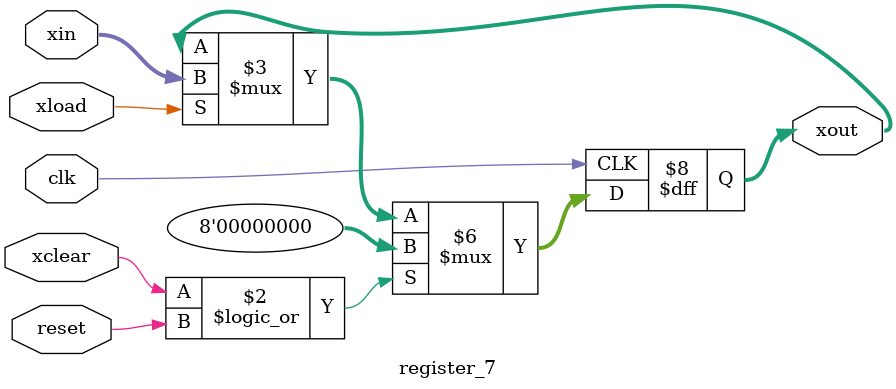
<source format=v>
module register_7 #(parameter WIDTH=8)
		(input clk,
		 input reset,
		 input xclear,
		 input xload,
		 input [WIDTH-1:0] xin,
		 output reg [WIDTH-1:0] xout);
always @ (posedge clk) begin
	if(xclear || reset)
		xout <= 0;
	else if(xload) begin
			xout <= xin;
	end
end
endmodule
</source>
